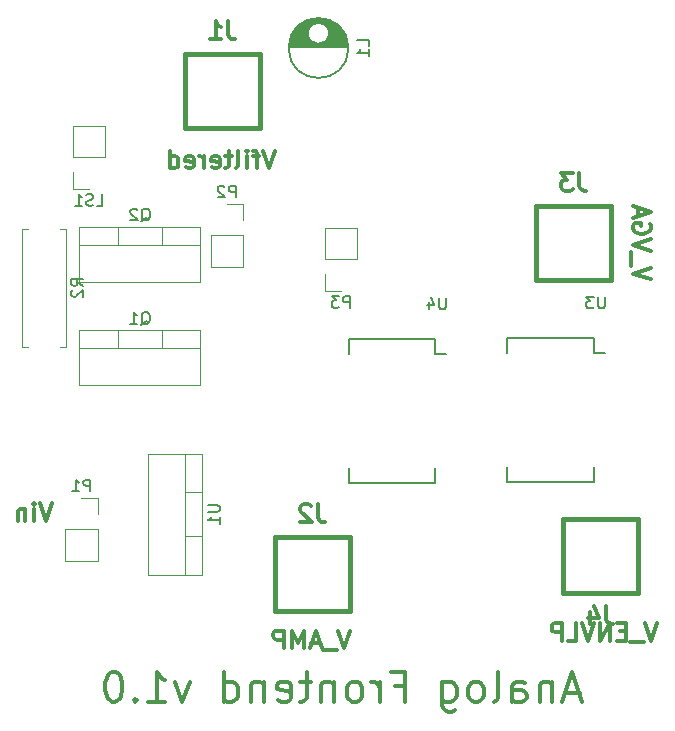
<source format=gbr>
G04 #@! TF.FileFunction,Legend,Bot*
%FSLAX46Y46*%
G04 Gerber Fmt 4.6, Leading zero omitted, Abs format (unit mm)*
G04 Created by KiCad (PCBNEW 4.0.6) date Thursday, June 15, 2017 'PMt' 05:18:36 PM*
%MOMM*%
%LPD*%
G01*
G04 APERTURE LIST*
%ADD10C,0.100000*%
%ADD11C,0.300000*%
%ADD12C,0.150000*%
%ADD13C,0.120000*%
%ADD14C,0.381000*%
%ADD15C,0.304800*%
G04 APERTURE END LIST*
D10*
D11*
X122185714Y-94428571D02*
X121685714Y-95928571D01*
X121185714Y-94428571D01*
X120685714Y-95928571D02*
X120685714Y-94928571D01*
X120685714Y-94428571D02*
X120757143Y-94500000D01*
X120685714Y-94571429D01*
X120614286Y-94500000D01*
X120685714Y-94428571D01*
X120685714Y-94571429D01*
X119971428Y-94928571D02*
X119971428Y-95928571D01*
X119971428Y-95071429D02*
X119900000Y-95000000D01*
X119757142Y-94928571D01*
X119542857Y-94928571D01*
X119400000Y-95000000D01*
X119328571Y-95142857D01*
X119328571Y-95928571D01*
X141060714Y-64583571D02*
X140560714Y-66083571D01*
X140060714Y-64583571D01*
X139775000Y-65083571D02*
X139203571Y-65083571D01*
X139560714Y-66083571D02*
X139560714Y-64797857D01*
X139489286Y-64655000D01*
X139346428Y-64583571D01*
X139203571Y-64583571D01*
X138703571Y-66083571D02*
X138703571Y-65083571D01*
X138703571Y-64583571D02*
X138775000Y-64655000D01*
X138703571Y-64726429D01*
X138632143Y-64655000D01*
X138703571Y-64583571D01*
X138703571Y-64726429D01*
X137774999Y-66083571D02*
X137917857Y-66012143D01*
X137989285Y-65869286D01*
X137989285Y-64583571D01*
X137417857Y-65083571D02*
X136846428Y-65083571D01*
X137203571Y-64583571D02*
X137203571Y-65869286D01*
X137132143Y-66012143D01*
X136989285Y-66083571D01*
X136846428Y-66083571D01*
X135775000Y-66012143D02*
X135917857Y-66083571D01*
X136203571Y-66083571D01*
X136346428Y-66012143D01*
X136417857Y-65869286D01*
X136417857Y-65297857D01*
X136346428Y-65155000D01*
X136203571Y-65083571D01*
X135917857Y-65083571D01*
X135775000Y-65155000D01*
X135703571Y-65297857D01*
X135703571Y-65440714D01*
X136417857Y-65583571D01*
X135060714Y-66083571D02*
X135060714Y-65083571D01*
X135060714Y-65369286D02*
X134989286Y-65226429D01*
X134917857Y-65155000D01*
X134775000Y-65083571D01*
X134632143Y-65083571D01*
X133560715Y-66012143D02*
X133703572Y-66083571D01*
X133989286Y-66083571D01*
X134132143Y-66012143D01*
X134203572Y-65869286D01*
X134203572Y-65297857D01*
X134132143Y-65155000D01*
X133989286Y-65083571D01*
X133703572Y-65083571D01*
X133560715Y-65155000D01*
X133489286Y-65297857D01*
X133489286Y-65440714D01*
X134203572Y-65583571D01*
X132203572Y-66083571D02*
X132203572Y-64583571D01*
X132203572Y-66012143D02*
X132346429Y-66083571D01*
X132632143Y-66083571D01*
X132775001Y-66012143D01*
X132846429Y-65940714D01*
X132917858Y-65797857D01*
X132917858Y-65369286D01*
X132846429Y-65226429D01*
X132775001Y-65155000D01*
X132632143Y-65083571D01*
X132346429Y-65083571D01*
X132203572Y-65155000D01*
X172906429Y-75497142D02*
X171406429Y-74997142D01*
X172906429Y-74497142D01*
X171263571Y-74354285D02*
X171263571Y-73211428D01*
X172906429Y-73068571D02*
X171406429Y-72568571D01*
X172906429Y-72068571D01*
X172835000Y-70782857D02*
X172906429Y-70925714D01*
X172906429Y-71140000D01*
X172835000Y-71354285D01*
X172692143Y-71497143D01*
X172549286Y-71568571D01*
X172263571Y-71640000D01*
X172049286Y-71640000D01*
X171763571Y-71568571D01*
X171620714Y-71497143D01*
X171477857Y-71354285D01*
X171406429Y-71140000D01*
X171406429Y-70997143D01*
X171477857Y-70782857D01*
X171549286Y-70711428D01*
X172049286Y-70711428D01*
X172049286Y-70997143D01*
X171835000Y-70140000D02*
X171835000Y-69425714D01*
X171406429Y-70282857D02*
X172906429Y-69782857D01*
X171406429Y-69282857D01*
X147466428Y-105223571D02*
X146966428Y-106723571D01*
X146466428Y-105223571D01*
X146323571Y-106866429D02*
X145180714Y-106866429D01*
X144895000Y-106295000D02*
X144180714Y-106295000D01*
X145037857Y-106723571D02*
X144537857Y-105223571D01*
X144037857Y-106723571D01*
X143537857Y-106723571D02*
X143537857Y-105223571D01*
X143037857Y-106295000D01*
X142537857Y-105223571D01*
X142537857Y-106723571D01*
X141823571Y-106723571D02*
X141823571Y-105223571D01*
X141252143Y-105223571D01*
X141109285Y-105295000D01*
X141037857Y-105366429D01*
X140966428Y-105509286D01*
X140966428Y-105723571D01*
X141037857Y-105866429D01*
X141109285Y-105937857D01*
X141252143Y-106009286D01*
X141823571Y-106009286D01*
X173445714Y-104588571D02*
X172945714Y-106088571D01*
X172445714Y-104588571D01*
X172302857Y-106231429D02*
X171160000Y-106231429D01*
X170802857Y-105302857D02*
X170302857Y-105302857D01*
X170088571Y-106088571D02*
X170802857Y-106088571D01*
X170802857Y-104588571D01*
X170088571Y-104588571D01*
X169445714Y-106088571D02*
X169445714Y-104588571D01*
X168588571Y-106088571D01*
X168588571Y-104588571D01*
X168088571Y-104588571D02*
X167588571Y-106088571D01*
X167088571Y-104588571D01*
X165874285Y-106088571D02*
X166588571Y-106088571D01*
X166588571Y-104588571D01*
X165374285Y-106088571D02*
X165374285Y-104588571D01*
X164802857Y-104588571D01*
X164659999Y-104660000D01*
X164588571Y-104731429D01*
X164517142Y-104874286D01*
X164517142Y-105088571D01*
X164588571Y-105231429D01*
X164659999Y-105302857D01*
X164802857Y-105374286D01*
X165374285Y-105374286D01*
X166890094Y-110532333D02*
X165680571Y-110532333D01*
X167131999Y-111258048D02*
X166285333Y-108718048D01*
X165438666Y-111258048D01*
X164591999Y-109564714D02*
X164591999Y-111258048D01*
X164591999Y-109806619D02*
X164471047Y-109685667D01*
X164229142Y-109564714D01*
X163866285Y-109564714D01*
X163624380Y-109685667D01*
X163503428Y-109927571D01*
X163503428Y-111258048D01*
X161205333Y-111258048D02*
X161205333Y-109927571D01*
X161326285Y-109685667D01*
X161568190Y-109564714D01*
X162051999Y-109564714D01*
X162293904Y-109685667D01*
X161205333Y-111137095D02*
X161447237Y-111258048D01*
X162051999Y-111258048D01*
X162293904Y-111137095D01*
X162414856Y-110895190D01*
X162414856Y-110653286D01*
X162293904Y-110411381D01*
X162051999Y-110290429D01*
X161447237Y-110290429D01*
X161205333Y-110169476D01*
X159632952Y-111258048D02*
X159874857Y-111137095D01*
X159995809Y-110895190D01*
X159995809Y-108718048D01*
X158302476Y-111258048D02*
X158544381Y-111137095D01*
X158665333Y-111016143D01*
X158786285Y-110774238D01*
X158786285Y-110048524D01*
X158665333Y-109806619D01*
X158544381Y-109685667D01*
X158302476Y-109564714D01*
X157939619Y-109564714D01*
X157697714Y-109685667D01*
X157576762Y-109806619D01*
X157455809Y-110048524D01*
X157455809Y-110774238D01*
X157576762Y-111016143D01*
X157697714Y-111137095D01*
X157939619Y-111258048D01*
X158302476Y-111258048D01*
X155278667Y-109564714D02*
X155278667Y-111620905D01*
X155399619Y-111862810D01*
X155520571Y-111983762D01*
X155762476Y-112104714D01*
X156125333Y-112104714D01*
X156367238Y-111983762D01*
X155278667Y-111137095D02*
X155520571Y-111258048D01*
X156004381Y-111258048D01*
X156246286Y-111137095D01*
X156367238Y-111016143D01*
X156488190Y-110774238D01*
X156488190Y-110048524D01*
X156367238Y-109806619D01*
X156246286Y-109685667D01*
X156004381Y-109564714D01*
X155520571Y-109564714D01*
X155278667Y-109685667D01*
X151287238Y-109927571D02*
X152133905Y-109927571D01*
X152133905Y-111258048D02*
X152133905Y-108718048D01*
X150924381Y-108718048D01*
X149956762Y-111258048D02*
X149956762Y-109564714D01*
X149956762Y-110048524D02*
X149835810Y-109806619D01*
X149714857Y-109685667D01*
X149472953Y-109564714D01*
X149231048Y-109564714D01*
X148021524Y-111258048D02*
X148263429Y-111137095D01*
X148384381Y-111016143D01*
X148505333Y-110774238D01*
X148505333Y-110048524D01*
X148384381Y-109806619D01*
X148263429Y-109685667D01*
X148021524Y-109564714D01*
X147658667Y-109564714D01*
X147416762Y-109685667D01*
X147295810Y-109806619D01*
X147174857Y-110048524D01*
X147174857Y-110774238D01*
X147295810Y-111016143D01*
X147416762Y-111137095D01*
X147658667Y-111258048D01*
X148021524Y-111258048D01*
X146086286Y-109564714D02*
X146086286Y-111258048D01*
X146086286Y-109806619D02*
X145965334Y-109685667D01*
X145723429Y-109564714D01*
X145360572Y-109564714D01*
X145118667Y-109685667D01*
X144997715Y-109927571D01*
X144997715Y-111258048D01*
X144151048Y-109564714D02*
X143183429Y-109564714D01*
X143788191Y-108718048D02*
X143788191Y-110895190D01*
X143667239Y-111137095D01*
X143425334Y-111258048D01*
X143183429Y-111258048D01*
X141369143Y-111137095D02*
X141611048Y-111258048D01*
X142094857Y-111258048D01*
X142336762Y-111137095D01*
X142457714Y-110895190D01*
X142457714Y-109927571D01*
X142336762Y-109685667D01*
X142094857Y-109564714D01*
X141611048Y-109564714D01*
X141369143Y-109685667D01*
X141248191Y-109927571D01*
X141248191Y-110169476D01*
X142457714Y-110411381D01*
X140159619Y-109564714D02*
X140159619Y-111258048D01*
X140159619Y-109806619D02*
X140038667Y-109685667D01*
X139796762Y-109564714D01*
X139433905Y-109564714D01*
X139192000Y-109685667D01*
X139071048Y-109927571D01*
X139071048Y-111258048D01*
X136772953Y-111258048D02*
X136772953Y-108718048D01*
X136772953Y-111137095D02*
X137014857Y-111258048D01*
X137498667Y-111258048D01*
X137740572Y-111137095D01*
X137861524Y-111016143D01*
X137982476Y-110774238D01*
X137982476Y-110048524D01*
X137861524Y-109806619D01*
X137740572Y-109685667D01*
X137498667Y-109564714D01*
X137014857Y-109564714D01*
X136772953Y-109685667D01*
X133870096Y-109564714D02*
X133265334Y-111258048D01*
X132660572Y-109564714D01*
X130362477Y-111258048D02*
X131813905Y-111258048D01*
X131088191Y-111258048D02*
X131088191Y-108718048D01*
X131330096Y-109080905D01*
X131572001Y-109322810D01*
X131813905Y-109443762D01*
X129273905Y-111016143D02*
X129152953Y-111137095D01*
X129273905Y-111258048D01*
X129394857Y-111137095D01*
X129273905Y-111016143D01*
X129273905Y-111258048D01*
X127580572Y-108718048D02*
X127338667Y-108718048D01*
X127096762Y-108839000D01*
X126975810Y-108959952D01*
X126854857Y-109201857D01*
X126733905Y-109685667D01*
X126733905Y-110290429D01*
X126854857Y-110774238D01*
X126975810Y-111016143D01*
X127096762Y-111137095D01*
X127338667Y-111258048D01*
X127580572Y-111258048D01*
X127822476Y-111137095D01*
X127943429Y-111016143D01*
X128064381Y-110774238D01*
X128185333Y-110290429D01*
X128185333Y-109685667D01*
X128064381Y-109201857D01*
X127943429Y-108959952D01*
X127822476Y-108839000D01*
X127580572Y-108718048D01*
D12*
X147279000Y-55825000D02*
X142281000Y-55825000D01*
X147271000Y-55685000D02*
X142289000Y-55685000D01*
X147255000Y-55545000D02*
X144875000Y-55545000D01*
X144685000Y-55545000D02*
X142305000Y-55545000D01*
X147231000Y-55405000D02*
X145270000Y-55405000D01*
X144290000Y-55405000D02*
X142329000Y-55405000D01*
X147198000Y-55265000D02*
X145437000Y-55265000D01*
X144123000Y-55265000D02*
X142362000Y-55265000D01*
X147157000Y-55125000D02*
X145544000Y-55125000D01*
X144016000Y-55125000D02*
X142403000Y-55125000D01*
X147107000Y-54985000D02*
X145615000Y-54985000D01*
X143945000Y-54985000D02*
X142453000Y-54985000D01*
X147046000Y-54845000D02*
X145659000Y-54845000D01*
X143901000Y-54845000D02*
X142514000Y-54845000D01*
X146976000Y-54705000D02*
X145678000Y-54705000D01*
X143882000Y-54705000D02*
X142584000Y-54705000D01*
X146894000Y-54565000D02*
X145676000Y-54565000D01*
X143884000Y-54565000D02*
X142666000Y-54565000D01*
X146799000Y-54425000D02*
X145651000Y-54425000D01*
X143909000Y-54425000D02*
X142761000Y-54425000D01*
X146688000Y-54285000D02*
X145603000Y-54285000D01*
X143957000Y-54285000D02*
X142872000Y-54285000D01*
X146560000Y-54145000D02*
X145525000Y-54145000D01*
X144035000Y-54145000D02*
X143000000Y-54145000D01*
X146411000Y-54005000D02*
X145408000Y-54005000D01*
X144152000Y-54005000D02*
X143149000Y-54005000D01*
X146232000Y-53865000D02*
X145220000Y-53865000D01*
X144340000Y-53865000D02*
X143328000Y-53865000D01*
X146013000Y-53725000D02*
X143547000Y-53725000D01*
X145724000Y-53585000D02*
X143836000Y-53585000D01*
X145252000Y-53445000D02*
X144308000Y-53445000D01*
X145680000Y-54650000D02*
G75*
G03X145680000Y-54650000I-900000J0D01*
G01*
X147317500Y-55900000D02*
G75*
G03X147317500Y-55900000I-2537500J0D01*
G01*
D13*
X123959000Y-65151000D02*
X123959000Y-62491000D01*
X123959000Y-62491000D02*
X126739000Y-62491000D01*
X126739000Y-62491000D02*
X126739000Y-65151000D01*
X126739000Y-65151000D02*
X123959000Y-65151000D01*
X123959000Y-66421000D02*
X123959000Y-67811000D01*
X123959000Y-67811000D02*
X125349000Y-67811000D01*
X126104000Y-96647000D02*
X126104000Y-99307000D01*
X126104000Y-99307000D02*
X123324000Y-99307000D01*
X123324000Y-99307000D02*
X123324000Y-96647000D01*
X123324000Y-96647000D02*
X126104000Y-96647000D01*
X126104000Y-95377000D02*
X126104000Y-93987000D01*
X126104000Y-93987000D02*
X124714000Y-93987000D01*
X138423000Y-71755000D02*
X138423000Y-74415000D01*
X138423000Y-74415000D02*
X135643000Y-74415000D01*
X135643000Y-74415000D02*
X135643000Y-71755000D01*
X135643000Y-71755000D02*
X138423000Y-71755000D01*
X138423000Y-70485000D02*
X138423000Y-69095000D01*
X138423000Y-69095000D02*
X137033000Y-69095000D01*
X145295000Y-73787000D02*
X145295000Y-71127000D01*
X145295000Y-71127000D02*
X148075000Y-71127000D01*
X148075000Y-71127000D02*
X148075000Y-73787000D01*
X148075000Y-73787000D02*
X145295000Y-73787000D01*
X145295000Y-75057000D02*
X145295000Y-76447000D01*
X145295000Y-76447000D02*
X146685000Y-76447000D01*
X134787000Y-79803000D02*
X124547000Y-79803000D01*
X134787000Y-84444000D02*
X124547000Y-84444000D01*
X134787000Y-79803000D02*
X134787000Y-84444000D01*
X124547000Y-79803000D02*
X124547000Y-84444000D01*
X134787000Y-81313000D02*
X124547000Y-81313000D01*
X131517000Y-79803000D02*
X131517000Y-81313000D01*
X127816000Y-79803000D02*
X127816000Y-81313000D01*
X134787000Y-71040000D02*
X124547000Y-71040000D01*
X134787000Y-75681000D02*
X124547000Y-75681000D01*
X134787000Y-71040000D02*
X134787000Y-75681000D01*
X124547000Y-71040000D02*
X124547000Y-75681000D01*
X134787000Y-72550000D02*
X124547000Y-72550000D01*
X131517000Y-71040000D02*
X131517000Y-72550000D01*
X127816000Y-71040000D02*
X127816000Y-72550000D01*
X122919000Y-81210000D02*
X123399000Y-81210000D01*
X123399000Y-81210000D02*
X123399000Y-71190000D01*
X123399000Y-71190000D02*
X122919000Y-71190000D01*
X120159000Y-81210000D02*
X119679000Y-81210000D01*
X119679000Y-81210000D02*
X119679000Y-71190000D01*
X119679000Y-71190000D02*
X120159000Y-71190000D01*
X134954000Y-100497000D02*
X134954000Y-90257000D01*
X130313000Y-100497000D02*
X130313000Y-90257000D01*
X134954000Y-100497000D02*
X130313000Y-100497000D01*
X134954000Y-90257000D02*
X130313000Y-90257000D01*
X133444000Y-100497000D02*
X133444000Y-90257000D01*
X134954000Y-97227000D02*
X133444000Y-97227000D01*
X134954000Y-93526000D02*
X133444000Y-93526000D01*
D12*
X168125038Y-80426340D02*
X168125038Y-81696340D01*
X160775038Y-80426340D02*
X160775038Y-81696340D01*
X160775038Y-92636340D02*
X160775038Y-91366340D01*
X168125038Y-92636340D02*
X168125038Y-91366340D01*
X168125038Y-80426340D02*
X160775038Y-80426340D01*
X168125038Y-92636340D02*
X160775038Y-92636340D01*
X168125038Y-81696340D02*
X169060038Y-81696340D01*
X154678000Y-80509000D02*
X154678000Y-81779000D01*
X147328000Y-80509000D02*
X147328000Y-81779000D01*
X147328000Y-92719000D02*
X147328000Y-91449000D01*
X154678000Y-92719000D02*
X154678000Y-91449000D01*
X154678000Y-80509000D02*
X147328000Y-80509000D01*
X154678000Y-92719000D02*
X147328000Y-92719000D01*
X154678000Y-81779000D02*
X155613000Y-81779000D01*
D14*
X141122400Y-103606600D02*
X147421600Y-103606600D01*
X147421600Y-103606600D02*
X147421600Y-97307400D01*
X147421600Y-97307400D02*
X141122400Y-97307400D01*
X141122400Y-97307400D02*
X141122400Y-103606600D01*
X163220400Y-75539600D02*
X169519600Y-75539600D01*
X169519600Y-75539600D02*
X169519600Y-69240400D01*
X169519600Y-69240400D02*
X163220400Y-69240400D01*
X163220400Y-69240400D02*
X163220400Y-75539600D01*
X171805600Y-95783400D02*
X165506400Y-95783400D01*
X165506400Y-95783400D02*
X165506400Y-102082600D01*
X165506400Y-102082600D02*
X171805600Y-102082600D01*
X171805600Y-102082600D02*
X171805600Y-95783400D01*
X133502400Y-62712600D02*
X139801600Y-62712600D01*
X139801600Y-62712600D02*
X139801600Y-56413400D01*
X139801600Y-56413400D02*
X133502400Y-56413400D01*
X133502400Y-56413400D02*
X133502400Y-62712600D01*
D12*
X149032381Y-55733334D02*
X149032381Y-55257143D01*
X148032381Y-55257143D01*
X149032381Y-56590477D02*
X149032381Y-56019048D01*
X149032381Y-56304762D02*
X148032381Y-56304762D01*
X148175238Y-56209524D01*
X148270476Y-56114286D01*
X148318095Y-56019048D01*
X125991857Y-69263381D02*
X126468048Y-69263381D01*
X126468048Y-68263381D01*
X125706143Y-69215762D02*
X125563286Y-69263381D01*
X125325190Y-69263381D01*
X125229952Y-69215762D01*
X125182333Y-69168143D01*
X125134714Y-69072905D01*
X125134714Y-68977667D01*
X125182333Y-68882429D01*
X125229952Y-68834810D01*
X125325190Y-68787190D01*
X125515667Y-68739571D01*
X125610905Y-68691952D01*
X125658524Y-68644333D01*
X125706143Y-68549095D01*
X125706143Y-68453857D01*
X125658524Y-68358619D01*
X125610905Y-68311000D01*
X125515667Y-68263381D01*
X125277571Y-68263381D01*
X125134714Y-68311000D01*
X124182333Y-69263381D02*
X124753762Y-69263381D01*
X124468048Y-69263381D02*
X124468048Y-68263381D01*
X124563286Y-68406238D01*
X124658524Y-68501476D01*
X124753762Y-68549095D01*
X125452095Y-93439381D02*
X125452095Y-92439381D01*
X125071142Y-92439381D01*
X124975904Y-92487000D01*
X124928285Y-92534619D01*
X124880666Y-92629857D01*
X124880666Y-92772714D01*
X124928285Y-92867952D01*
X124975904Y-92915571D01*
X125071142Y-92963190D01*
X125452095Y-92963190D01*
X123928285Y-93439381D02*
X124499714Y-93439381D01*
X124214000Y-93439381D02*
X124214000Y-92439381D01*
X124309238Y-92582238D01*
X124404476Y-92677476D01*
X124499714Y-92725095D01*
X137771095Y-68547381D02*
X137771095Y-67547381D01*
X137390142Y-67547381D01*
X137294904Y-67595000D01*
X137247285Y-67642619D01*
X137199666Y-67737857D01*
X137199666Y-67880714D01*
X137247285Y-67975952D01*
X137294904Y-68023571D01*
X137390142Y-68071190D01*
X137771095Y-68071190D01*
X136818714Y-67642619D02*
X136771095Y-67595000D01*
X136675857Y-67547381D01*
X136437761Y-67547381D01*
X136342523Y-67595000D01*
X136294904Y-67642619D01*
X136247285Y-67737857D01*
X136247285Y-67833095D01*
X136294904Y-67975952D01*
X136866333Y-68547381D01*
X136247285Y-68547381D01*
X147423095Y-77899381D02*
X147423095Y-76899381D01*
X147042142Y-76899381D01*
X146946904Y-76947000D01*
X146899285Y-76994619D01*
X146851666Y-77089857D01*
X146851666Y-77232714D01*
X146899285Y-77327952D01*
X146946904Y-77375571D01*
X147042142Y-77423190D01*
X147423095Y-77423190D01*
X146518333Y-76899381D02*
X145899285Y-76899381D01*
X146232619Y-77280333D01*
X146089761Y-77280333D01*
X145994523Y-77327952D01*
X145946904Y-77375571D01*
X145899285Y-77470810D01*
X145899285Y-77708905D01*
X145946904Y-77804143D01*
X145994523Y-77851762D01*
X146089761Y-77899381D01*
X146375476Y-77899381D01*
X146470714Y-77851762D01*
X146518333Y-77804143D01*
X129762238Y-79350619D02*
X129857476Y-79303000D01*
X129952714Y-79207762D01*
X130095571Y-79064905D01*
X130190810Y-79017286D01*
X130286048Y-79017286D01*
X130238429Y-79255381D02*
X130333667Y-79207762D01*
X130428905Y-79112524D01*
X130476524Y-78922048D01*
X130476524Y-78588714D01*
X130428905Y-78398238D01*
X130333667Y-78303000D01*
X130238429Y-78255381D01*
X130047952Y-78255381D01*
X129952714Y-78303000D01*
X129857476Y-78398238D01*
X129809857Y-78588714D01*
X129809857Y-78922048D01*
X129857476Y-79112524D01*
X129952714Y-79207762D01*
X130047952Y-79255381D01*
X130238429Y-79255381D01*
X128857476Y-79255381D02*
X129428905Y-79255381D01*
X129143191Y-79255381D02*
X129143191Y-78255381D01*
X129238429Y-78398238D01*
X129333667Y-78493476D01*
X129428905Y-78541095D01*
X129762238Y-70587619D02*
X129857476Y-70540000D01*
X129952714Y-70444762D01*
X130095571Y-70301905D01*
X130190810Y-70254286D01*
X130286048Y-70254286D01*
X130238429Y-70492381D02*
X130333667Y-70444762D01*
X130428905Y-70349524D01*
X130476524Y-70159048D01*
X130476524Y-69825714D01*
X130428905Y-69635238D01*
X130333667Y-69540000D01*
X130238429Y-69492381D01*
X130047952Y-69492381D01*
X129952714Y-69540000D01*
X129857476Y-69635238D01*
X129809857Y-69825714D01*
X129809857Y-70159048D01*
X129857476Y-70349524D01*
X129952714Y-70444762D01*
X130047952Y-70492381D01*
X130238429Y-70492381D01*
X129428905Y-69587619D02*
X129381286Y-69540000D01*
X129286048Y-69492381D01*
X129047952Y-69492381D01*
X128952714Y-69540000D01*
X128905095Y-69587619D01*
X128857476Y-69682857D01*
X128857476Y-69778095D01*
X128905095Y-69920952D01*
X129476524Y-70492381D01*
X128857476Y-70492381D01*
X124851381Y-76033334D02*
X124375190Y-75700000D01*
X124851381Y-75461905D02*
X123851381Y-75461905D01*
X123851381Y-75842858D01*
X123899000Y-75938096D01*
X123946619Y-75985715D01*
X124041857Y-76033334D01*
X124184714Y-76033334D01*
X124279952Y-75985715D01*
X124327571Y-75938096D01*
X124375190Y-75842858D01*
X124375190Y-75461905D01*
X123946619Y-76414286D02*
X123899000Y-76461905D01*
X123851381Y-76557143D01*
X123851381Y-76795239D01*
X123899000Y-76890477D01*
X123946619Y-76938096D01*
X124041857Y-76985715D01*
X124137095Y-76985715D01*
X124279952Y-76938096D01*
X124851381Y-76366667D01*
X124851381Y-76985715D01*
X135406381Y-94615095D02*
X136215905Y-94615095D01*
X136311143Y-94662714D01*
X136358762Y-94710333D01*
X136406381Y-94805571D01*
X136406381Y-94996048D01*
X136358762Y-95091286D01*
X136311143Y-95138905D01*
X136215905Y-95186524D01*
X135406381Y-95186524D01*
X136406381Y-96186524D02*
X136406381Y-95615095D01*
X136406381Y-95900809D02*
X135406381Y-95900809D01*
X135549238Y-95805571D01*
X135644476Y-95710333D01*
X135692095Y-95615095D01*
X169021943Y-76953721D02*
X169021943Y-77763245D01*
X168974324Y-77858483D01*
X168926705Y-77906102D01*
X168831467Y-77953721D01*
X168640990Y-77953721D01*
X168545752Y-77906102D01*
X168498133Y-77858483D01*
X168450514Y-77763245D01*
X168450514Y-76953721D01*
X168069562Y-76953721D02*
X167450514Y-76953721D01*
X167783848Y-77334673D01*
X167640990Y-77334673D01*
X167545752Y-77382292D01*
X167498133Y-77429911D01*
X167450514Y-77525150D01*
X167450514Y-77763245D01*
X167498133Y-77858483D01*
X167545752Y-77906102D01*
X167640990Y-77953721D01*
X167926705Y-77953721D01*
X168021943Y-77906102D01*
X168069562Y-77858483D01*
X155574905Y-77036381D02*
X155574905Y-77845905D01*
X155527286Y-77941143D01*
X155479667Y-77988762D01*
X155384429Y-78036381D01*
X155193952Y-78036381D01*
X155098714Y-77988762D01*
X155051095Y-77941143D01*
X155003476Y-77845905D01*
X155003476Y-77036381D01*
X154098714Y-77369714D02*
X154098714Y-78036381D01*
X154336810Y-76988762D02*
X154574905Y-77703048D01*
X153955857Y-77703048D01*
D15*
X144780000Y-94542429D02*
X144780000Y-95631000D01*
X144852572Y-95848714D01*
X144997715Y-95993857D01*
X145215429Y-96066429D01*
X145360572Y-96066429D01*
X144126857Y-94687571D02*
X144054286Y-94615000D01*
X143909143Y-94542429D01*
X143546286Y-94542429D01*
X143401143Y-94615000D01*
X143328572Y-94687571D01*
X143256000Y-94832714D01*
X143256000Y-94977857D01*
X143328572Y-95195571D01*
X144199429Y-96066429D01*
X143256000Y-96066429D01*
X166878000Y-66475429D02*
X166878000Y-67564000D01*
X166950572Y-67781714D01*
X167095715Y-67926857D01*
X167313429Y-67999429D01*
X167458572Y-67999429D01*
X166297429Y-66475429D02*
X165354000Y-66475429D01*
X165862000Y-67056000D01*
X165644286Y-67056000D01*
X165499143Y-67128571D01*
X165426572Y-67201143D01*
X165354000Y-67346286D01*
X165354000Y-67709143D01*
X165426572Y-67854286D01*
X165499143Y-67926857D01*
X165644286Y-67999429D01*
X166079714Y-67999429D01*
X166224857Y-67926857D01*
X166297429Y-67854286D01*
X169164000Y-103178429D02*
X169164000Y-104267000D01*
X169236572Y-104484714D01*
X169381715Y-104629857D01*
X169599429Y-104702429D01*
X169744572Y-104702429D01*
X167785143Y-103686429D02*
X167785143Y-104702429D01*
X168148000Y-103105857D02*
X168510857Y-104194429D01*
X167567429Y-104194429D01*
X137160000Y-53648429D02*
X137160000Y-54737000D01*
X137232572Y-54954714D01*
X137377715Y-55099857D01*
X137595429Y-55172429D01*
X137740572Y-55172429D01*
X135636000Y-55172429D02*
X136506857Y-55172429D01*
X136071429Y-55172429D02*
X136071429Y-53648429D01*
X136216572Y-53866143D01*
X136361714Y-54011286D01*
X136506857Y-54083857D01*
M02*

</source>
